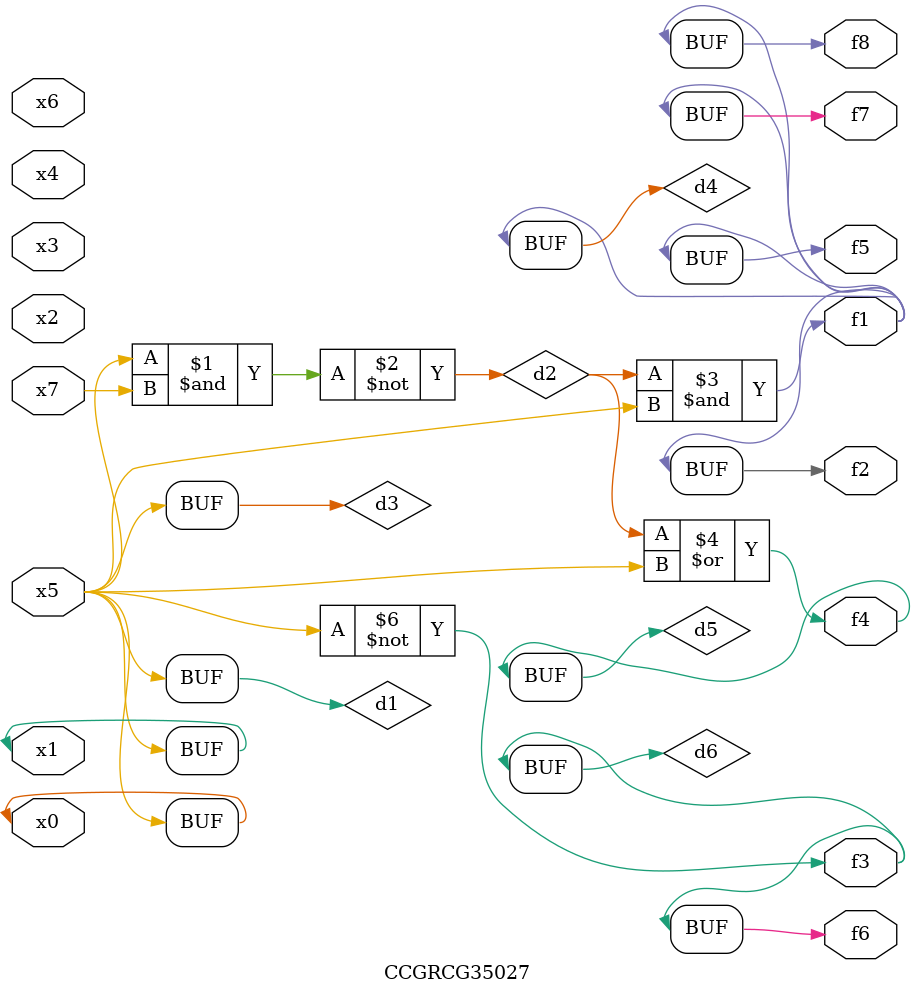
<source format=v>
module CCGRCG35027(
	input x0, x1, x2, x3, x4, x5, x6, x7,
	output f1, f2, f3, f4, f5, f6, f7, f8
);

	wire d1, d2, d3, d4, d5, d6;

	buf (d1, x0, x5);
	nand (d2, x5, x7);
	buf (d3, x0, x1);
	and (d4, d2, d3);
	or (d5, d2, d3);
	nor (d6, d1, d3);
	assign f1 = d4;
	assign f2 = d4;
	assign f3 = d6;
	assign f4 = d5;
	assign f5 = d4;
	assign f6 = d6;
	assign f7 = d4;
	assign f8 = d4;
endmodule

</source>
